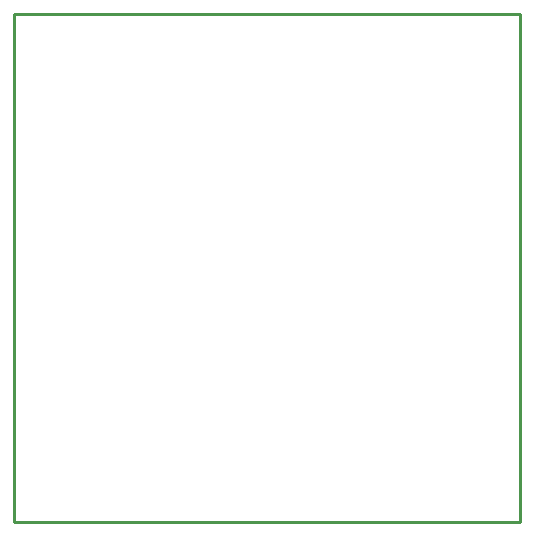
<source format=gbr>
G04 start of page 4 for group 2 idx 2 *
G04 Title: (unknown), outline *
G04 Creator: pcb 20110918 *
G04 CreationDate: Thu Mar  7 18:25:08 2013 UTC *
G04 For: fosse *
G04 Format: Gerber/RS-274X *
G04 PCB-Dimensions: 200000 200000 *
G04 PCB-Coordinate-Origin: lower left *
%MOIN*%
%FSLAX25Y25*%
%LNOUTLINE*%
%ADD38C,0.0100*%
G54D38*X1500Y198360D02*X169990D01*
Y29010D01*
X1500D01*
Y198360D01*
M02*

</source>
